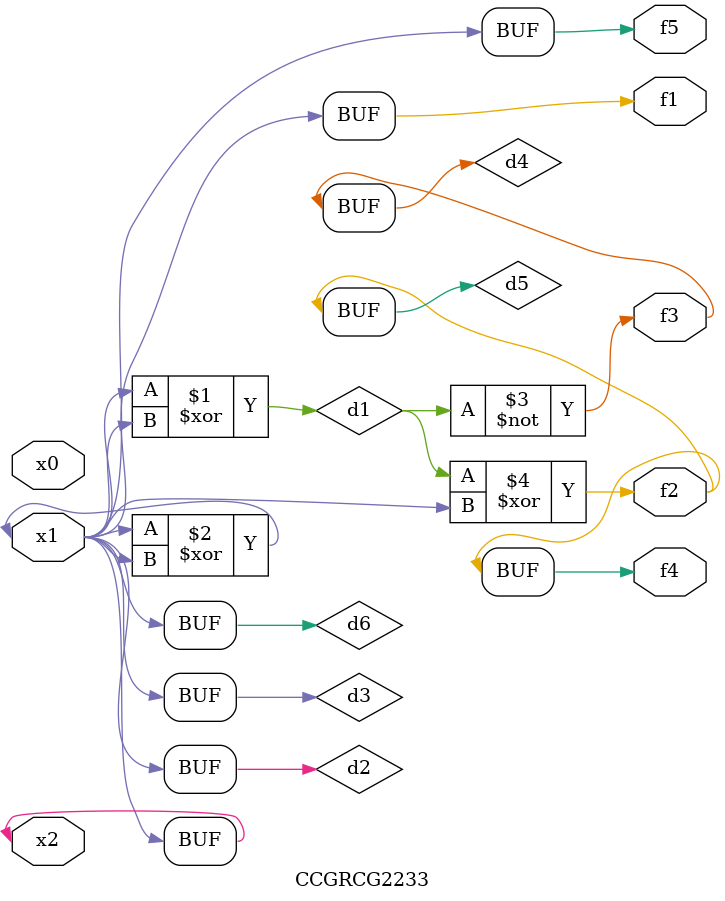
<source format=v>
module CCGRCG2233(
	input x0, x1, x2,
	output f1, f2, f3, f4, f5
);

	wire d1, d2, d3, d4, d5, d6;

	xor (d1, x1, x2);
	buf (d2, x1, x2);
	xor (d3, x1, x2);
	nor (d4, d1);
	xor (d5, d1, d2);
	buf (d6, d2, d3);
	assign f1 = d6;
	assign f2 = d5;
	assign f3 = d4;
	assign f4 = d5;
	assign f5 = d6;
endmodule

</source>
